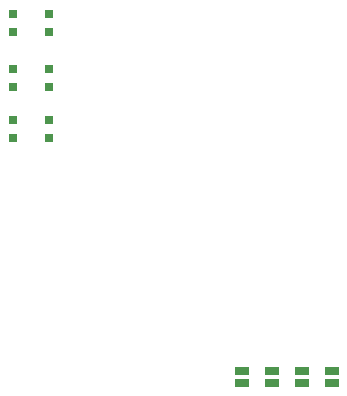
<source format=gtp>
%TF.GenerationSoftware,KiCad,Pcbnew,(5.1.10)-1*%
%TF.CreationDate,2021-10-30T13:12:34+08:00*%
%TF.ProjectId,EGPad,45475061-642e-46b6-9963-61645f706362,rev?*%
%TF.SameCoordinates,Original*%
%TF.FileFunction,Paste,Top*%
%TF.FilePolarity,Positive*%
%FSLAX46Y46*%
G04 Gerber Fmt 4.6, Leading zero omitted, Abs format (unit mm)*
G04 Created by KiCad (PCBNEW (5.1.10)-1) date 2021-10-30 13:12:34*
%MOMM*%
%LPD*%
G01*
G04 APERTURE LIST*
%ADD10R,1.143000X0.635000*%
%ADD11R,0.750000X0.800000*%
G04 APERTURE END LIST*
D10*
%TO.C,JP4*%
X178054000Y-66047620D03*
X178054000Y-67048380D03*
%TD*%
%TO.C,JP3*%
X180594000Y-66055220D03*
X180594000Y-67055980D03*
%TD*%
%TO.C,JP2*%
X183134000Y-66047620D03*
X183134000Y-67048380D03*
%TD*%
%TO.C,JP1*%
X185674000Y-66047620D03*
X185674000Y-67048380D03*
%TD*%
D11*
%TO.C,C6*%
X158623000Y-37326000D03*
X158623000Y-35826000D03*
%TD*%
%TO.C,C5*%
X161671000Y-37326000D03*
X161671000Y-35826000D03*
%TD*%
%TO.C,C4*%
X158623000Y-42025000D03*
X158623000Y-40525000D03*
%TD*%
%TO.C,C3*%
X161671000Y-42025000D03*
X161671000Y-40525000D03*
%TD*%
%TO.C,C2*%
X158623000Y-46343000D03*
X158623000Y-44843000D03*
%TD*%
%TO.C,C1*%
X161671000Y-46343000D03*
X161671000Y-44843000D03*
%TD*%
M02*

</source>
